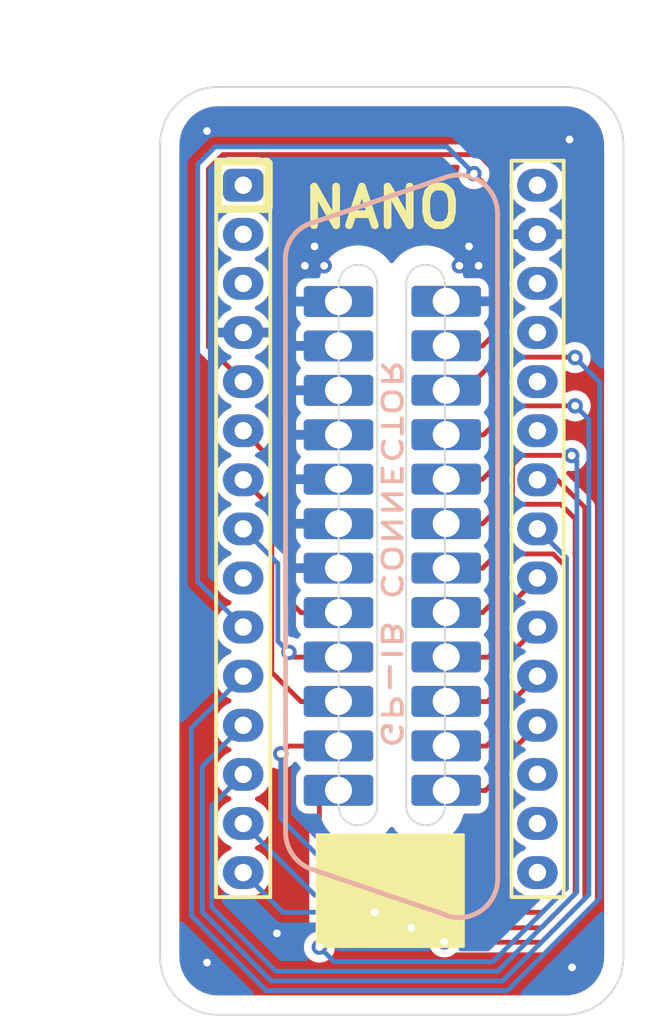
<source format=kicad_pcb>
(kicad_pcb (version 20211014) (generator pcbnew)
  (layers (0 "F.Cu" signal) (31 "B.Cu" signal) (34 "B.Paste" user) (35 "F.Paste" user) (36 "B.SilkS" user "B.Silkscreen") (37 "F.SilkS" user "F.Silkscreen") (38 "B.Mask" user) (39 "F.Mask" user) (44 "Edge.Cuts" user))
  (net 0 "")
  (net 1 "Net-(A1-Pad1)")
  (net 2 "Net-(A1-Pad17)")
  (net 3 "Net-(A1-Pad2)")
  (net 4 "Net-(A1-Pad18)")
  (net 5 "Net-(A1-Pad3)")
  (net 6 "/A0-DIO1")
  (net 7 "GND")
  (net 8 "/A1-DIO2")
  (net 9 "/D2-SRQ")
  (net 10 "/A2-DIO3")
  (net 11 "/D3-REN")
  (net 12 "/A3-DIO4")
  (net 13 "/D4-DIO7")
  (net 14 "/A4-DIO5")
  (net 15 "/D5-DIO8")
  (net 16 "/A5-DIO6")
  (net 17 "Net-(A1-Pad9)")
  (net 18 "Net-(A1-Pad25)")
  (net 19 "/D7-ATN")
  (net 20 "Net-(A1-Pad26)")
  (net 21 "/D8-IFC")
  (net 22 "Net-(A1-Pad27)")
  (net 23 "/D9-NDAC")
  (net 24 "Net-(A1-Pad28)")
  (net 25 "/D10-NRFD")
  (net 26 "/D11-DAV")
  (net 27 "Net-(A1-Pad30)")
  (net 28 "/D12-EOI")
  (net 29 "Net-(A1-Pad16)")
  (footprint "Module:Arduino_Nano" (layer "F.Cu") (at 135.2 82.66)
    (fp_text reference "A1" hide)
    (fp_text value "Arduino_Nano_v3.x")
    (fp_line (start 1.4 1.27) (end 1.4 36.83) (layer "F.SilkS") (width 0.2))
    (fp_line (start 1.27 1.27) (end -1.4 1.27) (layer "F.SilkS") (width 0.12))
    (fp_line (start 13.9 -1.27) (end 13.9 36.83) (layer "F.SilkS") (width 0.2))
    (fp_line (start 13.97 36.83) (end 16.6 36.83) (layer "F.SilkS") (width 0.2))
    (fp_line (start 1.27 36.83) (end -1.41 36.83) (layer "F.SilkS") (width 0.2))
    (fp_line (start 16.6 -1.27) (end 16.6 36.83) (layer "F.SilkS") (width 0.2))
    (fp_line (start -1.4 1.16) (end -1.41 36.83) (layer "F.SilkS") (width 0.2))
    (fp_line (start 13.97 -1.27) (end 16.6 -1.27) (layer "F.SilkS") (width 0.2))
    (fp_rect (start 3.81 33.59) (end 11.42 39.4) (layer "F.SilkS") (width 0.12) (fill solid))
    (fp_rect (start -1.35 -1.16) (end 1.38 1.16) (layer "F.SilkS") (width 0.3) (fill none))
    (pad "1" thru_hole roundrect (at 0 0) (size 2.1 1.7) (drill 0.9) (layers *.Cu *.Mask) (net 1 "Net-(A1-Pad1)"))
    (pad "2" thru_hole oval (at 0 2.54) (size 2.1 1.7) (drill 0.9) (layers *.Cu *.Mask) (net 3 "Net-(A1-Pad2)"))
    (pad "3" thru_hole oval (at 0 5.08) (size 2.1 1.7) (drill 0.9) (layers *.Cu *.Mask) (net 5 "Net-(A1-Pad3)"))
    (pad "4" thru_hole oval (at 0 7.62) (size 2.1 1.7) (drill 0.9) (layers *.Cu *.Mask) (net 7 "GND"))
    (pad "5" thru_hole oval (at 0 10.16) (size 2.1 1.7) (drill 0.9) (layers *.Cu *.Mask) (net 9 "/D2-SRQ"))
    (pad "6" thru_hole oval (at 0 12.7) (size 2.1 1.7) (drill 0.9) (layers *.Cu *.Mask) (net 11 "/D3-REN"))
    (pad "7" thru_hole oval (at 0 15.24) (size 2.1 1.7) (drill 0.9) (layers *.Cu *.Mask) (net 13 "/D4-DIO7"))
    (pad "8" thru_hole oval (at 0 17.78) (size 2.1 1.7) (drill 0.9) (layers *.Cu *.Mask) (net 15 "/D5-DIO8"))
    (pad "9" thru_hole oval (at 0 20.32) (size 2.1 1.7) (drill 0.9) (layers *.Cu *.Mask) (net 17 "Net-(A1-Pad9)"))
    (pad "10" thru_hole oval (at 0 22.86) (size 2.1 1.7) (drill 0.9) (layers *.Cu *.Mask) (net 19 "/D7-ATN"))
    (pad "11" thru_hole oval (at 0 25.4) (size 2.1 1.7) (drill 0.9) (layers *.Cu *.Mask) (net 21 "/D8-IFC"))
    (pad "12" thru_hole oval (at 0 27.94) (size 2.1 1.7) (drill 0.9) (layers *.Cu *.Mask) (net 23 "/D9-NDAC"))
    (pad "13" thru_hole oval (at 0 30.48) (size 2.1 1.7) (drill 0.9) (layers *.Cu *.Mask) (net 25 "/D10-NRFD"))
    (pad "14" thru_hole oval (at 0 33.02) (size 2.1 1.7) (drill 0.9) (layers *.Cu *.Mask) (net 26 "/D11-DAV"))
    (pad "15" thru_hole oval (at 0 35.56) (size 2.1 1.7) (drill 0.9) (layers *.Cu *.Mask) (net 28 "/D12-EOI"))
    (pad "16" thru_hole oval (at 15.24 35.56) (size 2.1 1.7) (drill 0.9) (layers *.Cu *.Mask) (net 29 "Net-(A1-Pad16)"))
    (pad "17" thru_hole oval (at 15.24 33.02) (size 2.1 1.7) (drill 0.9) (layers *.Cu *.Mask) (net 2 "Net-(A1-Pad17)"))
    (pad "18" thru_hole oval (at 15.24 30.48) (size 2.1 1.7) (drill 0.9) (layers *.Cu *.Mask) (net 4 "Net-(A1-Pad18)"))
    (pad "19" thru_hole oval (at 15.24 27.94) (size 2.1 1.7) (drill 0.9) (layers *.Cu *.Mask) (net 6 "/A0-DIO1"))
    (pad "20" thru_hole oval (at 15.24 25.4) (size 2.1 1.7) (drill 0.9) (layers *.Cu *.Mask) (net 8 "/A1-DIO2"))
    (pad "21" thru_hole oval (at 15.24 22.86) (size 2.1 1.7) (drill 0.9) (layers *.Cu *.Mask) (net 10 "/A2-DIO3"))
    (pad "22" thru_hole oval (at 15.24 20.32) (size 2.1 1.7) (drill 0.9) (layers *.Cu *.Mask) (net 12 "/A3-DIO4"))
    (pad "23" thru_hole oval (at 15.24 17.78) (size 2.1 1.7) (drill 0.9) (layers *.Cu *.Mask) (net 14 "/A4-DIO5"))
    (pad "24" thru_hole oval (at 15.24 15.24) (size 2.1 1.7) (drill 0.9) (layers *.Cu *.Mask) (net 16 "/A5-DIO6"))
    (pad "25" thru_hole oval (at 15.24 12.7) (size 2.1 1.7) (drill 0.9) (layers *.Cu *.Mask) (net 18 "Net-(A1-Pad25)"))
    (pad "26" thru_hole oval (at 15.24 10.16) (size 2.1 1.7) (drill 0.9) (layers *.Cu *.Mask) (net 20 "Net-(A1-Pad26)"))
    (pad "27" thru_hole oval (at 15.24 7.62) (size 2.1 1.7) (drill 0.9) (layers *.Cu *.Mask) (net 22 "Net-(A1-Pad27)"))
    (pad "28" thru_hole oval (at 15.24 5.08) (size 2.1 1.7) (drill 0.9) (layers *.Cu *.Mask) (net 24 "Net-(A1-Pad28)"))
    (pad "29" thru_hole oval (at 15.24 2.54) (size 2.1 1.7) (drill 0.9) (layers *.Cu *.Mask) (net 7 "GND"))
    (pad "30" thru_hole oval (at 15.24 0) (size 2.1 1.7) (drill 0.9) (layers *.Cu *.Mask) (net 27 "Net-(A1-Pad30)"))
  )
  (footprint "Arduino_GPIB_Adapter:Centronics_24Pin_Castelated" (layer "F.Cu") (at 142.894999 101.324999 -90)
    (fp_text reference "P1" hide)
    (fp_text value "GPIB")
    (fp_line (start -14.79 5.51) (end 14.74 5.5) (layer "B.SilkS") (width 0.25))
    (fp_line (start 19.09 -2.81) (end 16.75 4.07) (layer "B.SilkS") (width 0.25))
    (fp_line (start 17.22 -5.49) (end -17.187999 -5.48) (layer "B.SilkS") (width 0.25))
    (fp_line (start -19.077999 -2.8) (end -16.752064 4.027026) (layer "B.SilkS") (width 0.25))
    (fp_arc (start -19.077999 -2.8) (mid -18.830559 -4.631936) (end -17.187999 -5.48) (layer "B.SilkS") (width 0.25))
    (fp_arc (start 16.76 4.04) (mid 15.998376 5.113643) (end 14.74 5.5) (layer "B.SilkS") (width 0.25))
    (fp_arc (start 17.22 -5.49) (mid 18.855145 -4.636707) (end 19.11 -2.81) (layer "B.SilkS") (width 0.25))
    (fp_arc (start -14.79 5.51) (mid -16.033606 5.115914) (end -16.752064 4.027026) (layer "B.SilkS") (width 0.25))
    (fp_line (start -13.55 -2.75) (end 13.45 -2.75) (layer "Edge.Cuts") (width 0.1))
    (fp_line (start 13.45 -0.75) (end -13.55 -0.75) (layer "Edge.Cuts") (width 0.1))
    (fp_line (start 13.45 0.75) (end -13.55 0.75) (layer "Edge.Cuts") (width 0.1))
    (fp_line (start -13.55 2.75) (end 13.45 2.75) (layer "Edge.Cuts") (width 0.1))
    (fp_arc (start -13.55 2.75) (mid -14.55 1.75) (end -13.55 0.75) (layer "Edge.Cuts") (width 0.1))
    (fp_arc (start -13.55 -0.75) (mid -14.55 -1.75) (end -13.55 -2.75) (layer "Edge.Cuts") (width 0.1))
    (fp_arc (start 13.45 -2.75) (mid 14.45 -1.75) (end 13.45 -0.75) (layer "Edge.Cuts") (width 0.1))
    (fp_arc (start 13.45 0.75) (mid 14.45 1.75) (end 13.45 2.75) (layer "Edge.Cuts") (width 0.1))
    (pad "1" thru_hole roundrect (at 12.64 -2.82 270) (size 1.6 3.6) (drill 1.4) (layers *.Cu "F.Mask") (roundrect_rratio 0.125) (net 6 "/A0-DIO1"))
    (pad "2" thru_hole roundrect (at 10.34 -2.82 270) (size 1.6 3.6) (drill 1.4) (layers *.Cu "F.Mask") (roundrect_rratio 0.125) (net 8 "/A1-DIO2"))
    (pad "3" thru_hole roundrect (at 8.04 -2.82 270) (size 1.6 3.6) (drill 1.4) (layers *.Cu "F.Mask") (roundrect_rratio 0.125) (net 10 "/A2-DIO3"))
    (pad "4" thru_hole roundrect (at 5.74 -2.82 270) (size 1.6 3.6) (drill 1.4) (layers *.Cu "F.Mask") (roundrect_rratio 0.125) (net 12 "/A3-DIO4"))
    (pad "5" thru_hole roundrect (at 3.44 -2.82 270) (size 1.6 3.6) (drill 1.4) (layers *.Cu "F.Mask") (roundrect_rratio 0.125) (net 28 "/D12-EOI"))
    (pad "6" thru_hole roundrect (at 1.14 -2.82 270) (size 1.6 3.6) (drill 1.4) (layers *.Cu "F.Mask") (roundrect_rratio 0.125) (net 26 "/D11-DAV"))
    (pad "7" thru_hole roundrect (at -1.16 -2.82 270) (size 1.6 3.6) (drill 1.4) (layers *.Cu "F.Mask") (roundrect_rratio 0.125) (net 25 "/D10-NRFD"))
    (pad "8" thru_hole roundrect (at -3.46 -2.82 270) (size 1.6 3.6) (drill 1.4) (layers *.Cu "F.Mask") (roundrect_rratio 0.125) (net 23 "/D9-NDAC"))
    (pad "9" thru_hole roundrect (at -5.76 -2.82 270) (size 1.6 3.6) (drill 1.4) (layers *.Cu "F.Mask") (roundrect_rratio 0.125) (net 21 "/D8-IFC"))
    (pad "10" thru_hole roundrect (at -8.06 -2.82 270) (size 1.6 3.6) (drill 1.4) (layers *.Cu "F.Mask") (roundrect_rratio 0.125) (net 9 "/D2-SRQ"))
    (pad "11" thru_hole roundrect (at -10.36 -2.82 270) (size 1.6 3.6) (drill 1.4) (layers *.Cu "F.Mask") (roundrect_rratio 0.125) (net 19 "/D7-ATN"))
    (pad "12" thru_hole roundrect (at -12.66 -2.82 270) (size 1.6 3.6) (drill 1.4) (layers *.Cu "F.Mask") (roundrect_rratio 0.125) (net 7 "GND"))
    (pad "13" thru_hole roundrect (at 12.64 2.76 270) (size 1.6 3.6) (drill 1.4) (layers *.Cu "F.Mask") (roundrect_rratio 0.125) (net 14 "/A4-DIO5"))
    (pad "14" thru_hole roundrect (at 10.3409 2.76 270) (size 1.6 3.6) (drill 1.4) (layers *.Cu "F.Mask") (roundrect_rratio 0.125) (net 16 "/A5-DIO6"))
    (pad "15" thru_hole roundrect (at 8.04181 2.76 270) (size 1.6 3.6) (drill 1.4) (layers *.Cu "F.Mask") (roundrect_rratio 0.125) (net 13 "/D4-DIO7"))
    (pad "16" thru_hole roundrect (at 5.74272 2.76 270) (size 1.6 3.6) (drill 1.4) (layers *.Cu "F.Mask") (roundrect_rratio 0.125) (net 15 "/D5-DIO8"))
    (pad "17" thru_hole roundrect (at 3.44363 2.76 270) (size 1.6 3.6) (drill 1.4) (layers *.Cu "F.Mask") (roundrect_rratio 0.125) (net 11 "/D3-REN"))
    (pad "18" thru_hole roundrect (at 1.14454 2.76 270) (size 1.6 3.6) (drill 1.4) (layers *.Cu "F.Mask") (roundrect_rratio 0.125) (net 7 "GND"))
    (pad "19" thru_hole roundrect (at -1.15455 2.76 270) (size 1.6 3.6) (drill 1.4) (layers *.Cu "F.Mask") (roundrect_rratio 0.125) (net 7 "GND"))
    (pad "20" thru_hole roundrect (at -3.45364 2.76 270) (size 1.6 3.6) (drill 1.4) (layers *.Cu "F.Mask") (roundrect_rratio 0.125) (net 7 "GND"))
    (pad "21" thru_hole roundrect (at -5.75273 2.76 270) (size 1.6 3.6) (drill 1.4) (layers *.Cu "F.Mask") (roundrect_rratio 0.125) (net 7 "GND"))
    (pad "22" thru_hole roundrect (at -8.05182 2.76 270) (size 1.6 3.6) (drill 1.4) (layers *.Cu "F.Mask") (roundrect_rratio 0.125) (net 7 "GND"))
    (pad "23" thru_hole roundrect (at -10.35091 2.76 270) (size 1.6 3.6) (drill 1.4) (layers *.Cu "F.Mask") (roundrect_rratio 0.125) (net 7 "GND"))
    (pad "24" thru_hole roundrect (at -12.65 2.76 270) (size 1.6 3.6) (drill 1.4) (layers *.Cu "F.Mask") (roundrect_rratio 0.125) (net 7 "GND"))
  )
  (gr_rect (start 133.92 81.44) (end 136.444999 83.894999) (layer "F.SilkS") (width 0.4) (fill none))
  (gr_arc (start 133.894999 125.574999) (mid 131.773679 124.696319) (end 130.894999 122.574999) (layer "Edge.Cuts") (width 0.1))
  (gr_line (start 133.894999 125.574999) (end 151.894999 125.574999) (layer "Edge.Cuts") (width 0.1))
  (gr_arc (start 130.894999 80.574999) (mid 131.773679 78.453679) (end 133.894999 77.574999) (layer "Edge.Cuts") (width 0.1))
  (gr_arc (start 154.894999 122.574999) (mid 154.016319 124.696319) (end 151.894999 125.574999) (layer "Edge.Cuts") (width 0.1))
  (gr_line (start 130.894999 80.574999) (end 130.894999 122.574999) (layer "Edge.Cuts") (width 0.1))
  (gr_line (start 151.894999 77.574999) (end 133.894999 77.574999) (layer "Edge.Cuts") (width 0.1))
  (gr_arc (start 151.894999 77.574999) (mid 154.016319 78.453679) (end 154.894999 80.574999) (layer "Edge.Cuts") (width 0.1))
  (gr_line (start 154.894999 122.574999) (end 154.894999 80.574999) (layer "Edge.Cuts") (width 0.1))
  (gr_text "GP-IB CONNECTOR" (at 142.864999 101.744999 270) (layer "B.SilkS") (effects (font (size 1 1.4) (thickness 0.2)) (justify mirror)))
  (gr_text "NANO" (at 142.394999 83.824999) (layer "F.SilkS") (effects (font (size 2 2) (thickness 0.4))))
  (segment (start 148.644999 113.074999) (end 148.644999 112.395001) (width 0.25) (layer "F.Cu") (net 6))
  (segment (start 148.644999 112.395001) (end 150.44 110.6) (width 0.25) (layer "F.Cu") (net 6))
  (segment (start 147.744999 113.974999) (end 148.644999 113.074999) (width 0.25) (layer "F.Cu") (net 6))
  (segment (start 146.644999 113.974999) (end 147.744999 113.974999) (width 0.25) (layer "F.Cu") (net 6))
  (via (at 133.324999 79.854999) (size 0.8) (drill 0.4) (layers "F.Cu" "B.Cu") (net 7))
  (via (at 147.394999 86.824999) (size 0.8) (drill 0.4) (layers "F.Cu" "B.Cu") (net 7))
  (via (at 136.944999 121.364999) (size 0.8) (drill 0.4) (layers "F.Cu" "B.Cu") (net 7))
  (via (at 146.394999 86.824999) (size 0.8) (drill 0.4) (layers "F.Cu" "B.Cu") (net 7))
  (via (at 152.234999 123.124999) (size 0.8) (drill 0.4) (layers "F.Cu" "B.Cu") (net 7))
  (via (at 146.894999 85.824999) (size 0.8) (drill 0.4) (layers "F.Cu" "B.Cu") (net 7))
  (via (at 138.894999 85.824999) (size 0.8) (drill 0.4) (layers "F.Cu" "B.Cu") (net 7))
  (via (at 152.104999 80.294999) (size 0.8) (drill 0.4) (layers "F.Cu" "B.Cu") (net 7))
  (via (at 139.394999 86.824999) (size 0.8) (drill 0.4) (layers "F.Cu" "B.Cu") (net 7))
  (via (at 133.324999 122.874999) (size 0.8) (drill 0.4) (layers "F.Cu" "B.Cu") (net 7))
  (via (at 138.394999 86.824999) (size 0.8) (drill 0.4) (layers "F.Cu" "B.Cu") (net 7))
  (segment (start 148.644999 109.855001) (end 150.44 108.06) (width 0.25) (layer "F.Cu") (net 8))
  (segment (start 148.644999 110.824999) (end 148.644999 109.855001) (width 0.25) (layer "F.Cu") (net 8))
  (segment (start 147.794999 111.674999) (end 148.644999 110.824999) (width 0.25) (layer "F.Cu") (net 8))
  (segment (start 146.644999 111.674999) (end 147.794999 111.674999) (width 0.25) (layer "F.Cu") (net 8))
  (segment (start 134.144999 81.074999) (end 133.394999 81.824999) (width 0.25) (layer "F.Cu") (net 9))
  (segment (start 148.644999 91.324999) (end 148.644999 82.324999) (width 0.25) (layer "F.Cu") (net 9))
  (segment (start 146.644999 93.274999) (end 146.694999 93.274999) (width 0.25) (layer "F.Cu") (net 9))
  (segment (start 133.394999 81.824999) (end 133.394999 91.014999) (width 0.25) (layer "F.Cu") (net 9))
  (segment (start 148.644999 82.324999) (end 147.394999 81.074999) (width 0.25) (layer "F.Cu") (net 9))
  (segment (start 133.394999 91.014999) (end 135.2 92.82) (width 0.25) (layer "F.Cu") (net 9))
  (segment (start 147.394999 81.074999) (end 134.144999 81.074999) (width 0.25) (layer "F.Cu") (net 9))
  (segment (start 146.694999 93.274999) (end 148.644999 91.324999) (width 0.25) (layer "F.Cu") (net 9))
  (segment (start 146.644999 109.374999) (end 147.844999 109.374999) (width 0.25) (layer "F.Cu") (net 10))
  (segment (start 147.844999 109.374999) (end 148.644999 108.574999) (width 0.25) (layer "F.Cu") (net 10))
  (segment (start 148.644999 107.315001) (end 150.44 105.52) (width 0.25) (layer "F.Cu") (net 10))
  (segment (start 148.644999 108.574999) (end 148.644999 107.315001) (width 0.25) (layer "F.Cu") (net 10))
  (segment (start 135.999999 96.179999) (end 137.394999 97.574999) (width 0.25) (layer "F.Cu") (net 11))
  (segment (start 135.2 95.36) (end 135.999999 96.159999) (width 0.25) (layer "F.Cu") (net 11))
  (segment (start 137.394999 103.974999) (end 137.394999 97.574999) (width 0.25) (layer "F.Cu") (net 11))
  (segment (start 139.144999 104.774999) (end 138.194999 104.774999) (width 0.25) (layer "F.Cu") (net 11))
  (segment (start 138.194999 104.774999) (end 137.394999 103.974999) (width 0.25) (layer "F.Cu") (net 11))
  (segment (start 135.999999 96.159999) (end 135.999999 96.179999) (width 0.25) (layer "F.Cu") (net 11))
  (segment (start 147.894999 107.074999) (end 148.644999 106.324999) (width 0.25) (layer "F.Cu") (net 12))
  (segment (start 146.644999 107.074999) (end 147.894999 107.074999) (width 0.25) (layer "F.Cu") (net 12))
  (segment (start 148.644999 104.775001) (end 150.44 102.98) (width 0.25) (layer "F.Cu") (net 12))
  (segment (start 148.644999 106.324999) (end 148.644999 104.775001) (width 0.25) (layer "F.Cu") (net 12))
  (segment (start 135.2 97.9) (end 136.679999 99.379999) (width 0.25) (layer "F.Cu") (net 13))
  (segment (start 139.144999 109.374999) (end 138.194999 109.374999) (width 0.25) (layer "F.Cu") (net 13))
  (segment (start 136.679999 107.859999) (end 136.679999 99.379999) (width 0.25) (layer "F.Cu") (net 13))
  (segment (start 138.194999 109.374999) (end 136.679999 107.859999) (width 0.25) (layer "F.Cu") (net 13))
  (segment (start 139.144999 113.974999) (end 139.144999 122.074999) (width 0.25) (layer "F.Cu") (net 14))
  (via (at 139.144999 122.074999) (size 0.8) (drill 0.4) (layers "F.Cu" "B.Cu") (net 14))
  (segment (start 151.944999 119.024999) (end 151.944999 101.944999) (width 0.25) (layer "B.Cu") (net 14))
  (segment (start 151.944999 101.944999) (end 150.44 100.44) (width 0.25) (layer "B.Cu") (net 14))
  (segment (start 139.144999 122.074999) (end 139.894999 122.824999) (width 0.25) (layer "B.Cu") (net 14))
  (segment (start 148.144999 122.824999) (end 151.944999 119.024999) (width 0.25) (layer "B.Cu") (net 14))
  (segment (start 139.894999 122.824999) (end 148.144999 122.824999) (width 0.25) (layer "B.Cu") (net 14))
  (segment (start 137.819999 107.074999) (end 137.569999 106.824999) (width 0.25) (layer "F.Cu") (net 15))
  (segment (start 139.144999 107.074999) (end 137.819999 107.074999) (width 0.25) (layer "F.Cu") (net 15))
  (via (at 137.569999 106.824999) (size 0.8) (drill 0.4) (layers "F.Cu" "B.Cu") (net 15))
  (segment (start 136.994999 102.234999) (end 135.2 100.44) (width 0.25) (layer "B.Cu") (net 15))
  (segment (start 137.569999 106.824999) (end 136.994999 106.249999) (width 0.25) (layer "B.Cu") (net 15))
  (segment (start 136.994999 106.249999) (end 136.994999 102.234999) (width 0.25) (layer "B.Cu") (net 15))
  (segment (start 151.47 97.9) (end 152.894999 99.324999) (width 0.25) (layer "F.Cu") (net 16))
  (segment (start 150.44 97.9) (end 151.47 97.9) (width 0.25) (layer "F.Cu") (net 16))
  (segment (start 139.144999 111.674999) (end 137.544998 111.675) (width 0.25) (layer "F.Cu") (net 16))
  (segment (start 152.894999 119.574999) (end 150.644999 121.824999) (width 0.25) (layer "F.Cu") (net 16))
  (segment (start 152.894999 99.324999) (end 152.894999 119.574999) (width 0.25) (layer "F.Cu") (net 16))
  (segment (start 150.644999 121.824999) (end 145.894999 121.824999) (width 0.25) (layer "F.Cu") (net 16))
  (segment (start 137.544998 111.675) (end 137.144999 112.074999) (width 0.25) (layer "F.Cu") (net 16))
  (via (at 137.144999 112.074999) (size 0.8) (drill 0.4) (layers "F.Cu" "B.Cu") (net 16))
  (via (at 145.624999 121.804999) (size 0.8) (drill 0.4) (layers "F.Cu" "B.Cu") (net 16))
  (segment (start 142.364999 118.514999) (end 140.234999 118.514999) (width 0.25) (layer "B.Cu") (net 16))
  (segment (start 145.614999 121.764999) (end 142.364999 118.514999) (width 0.25) (layer "B.Cu") (net 16))
  (segment (start 137.144999 115.424999) (end 137.144999 112.074999) (width 0.25) (layer "B.Cu") (net 16))
  (segment (start 140.234999 118.514999) (end 137.144999 115.424999) (width 0.25) (layer "B.Cu") (net 16))
  (segment (start 147.594999 90.974999) (end 148.144999 90.424999) (width 0.25) (layer "F.Cu") (net 19))
  (segment (start 148.144999 83.054999) (end 147.149999 82.059999) (width 0.25) (layer "F.Cu") (net 19))
  (segment (start 148.144999 90.424999) (end 148.144999 83.054999) (width 0.25) (layer "F.Cu") (net 19))
  (segment (start 146.644999 90.974999) (end 147.594999 90.974999) (width 0.25) (layer "F.Cu") (net 19))
  (segment (start 147.149999 82.059999) (end 147.144999 82.054999) (width 0.25) (layer "F.Cu") (net 19))
  (via (at 147.149999 82.059999) (size 0.8) (drill 0.4) (layers "F.Cu" "B.Cu") (net 19))
  (segment (start 133.744999 80.674999) (end 132.844999 81.574999) (width 0.25) (layer "B.Cu") (net 19))
  (segment (start 132.844999 81.574999) (end 132.844999 103.164999) (width 0.25) (layer "B.Cu") (net 19))
  (segment (start 147.149999 82.059999) (end 145.764999 80.674999) (width 0.25) (layer "B.Cu") (net 19))
  (segment (start 132.844999 103.164999) (end 135.2 105.52) (width 0.25) (layer "B.Cu") (net 19))
  (segment (start 145.764999 80.674999) (end 133.744999 80.674999) (width 0.25) (layer "B.Cu") (net 19))
  (segment (start 152.389999 91.554999) (end 149.474999 91.554999) (width 0.25) (layer "F.Cu") (net 21))
  (segment (start 147.644999 95.574999) (end 146.769519 95.574999) (width 0.25) (layer "F.Cu") (net 21))
  (segment (start 149.474999 91.554999) (end 148.384999 92.644999) (width 0.25) (layer "F.Cu") (net 21))
  (segment (start 148.384999 94.834999) (end 147.644999 95.574999) (width 0.25) (layer "F.Cu") (net 21))
  (segment (start 148.384999 92.644999) (end 148.384999 94.834999) (width 0.25) (layer "F.Cu") (net 21))
  (via (at 152.394999 91.574999) (size 0.8) (drill 0.4) (layers "F.Cu" "B.Cu") (net 21))
  (segment (start 152.394999 91.574999) (end 153.674999 92.854999) (width 0.25) (layer "B.Cu") (net 21))
  (segment (start 153.674999 119.544999) (end 148.894999 124.324999) (width 0.25) (layer "B.Cu") (net 21))
  (segment (start 148.894999 124.324999) (end 136.394999 124.324999) (width 0.25) (layer "B.Cu") (net 21))
  (segment (start 132.514999 110.745001) (end 135.2 108.06) (width 0.25) (layer "B.Cu") (net 21))
  (segment (start 132.514999 120.444999) (end 132.514999 110.745001) (width 0.25) (layer "B.Cu") (net 21))
  (segment (start 136.394999 124.324999) (end 132.514999 120.444999) (width 0.25) (layer "B.Cu") (net 21))
  (segment (start 153.674999 92.854999) (end 153.674999 119.544999) (width 0.25) (layer "B.Cu") (net 21))
  (segment (start 147.594999 97.874999) (end 146.644999 97.874999) (width 0.25) (layer "F.Cu") (net 23))
  (segment (start 149.524999 94.074999) (end 148.894999 94.704999) (width 0.25) (layer "F.Cu") (net 23))
  (segment (start 152.394999 94.074999) (end 149.524999 94.074999) (width 0.25) (layer "F.Cu") (net 23))
  (segment (start 148.894999 96.574999) (end 147.594999 97.874999) (width 0.25) (layer "F.Cu") (net 23))
  (segment (start 148.894999 94.704999) (end 148.894999 96.574999) (width 0.25) (layer "F.Cu") (net 23))
  (via (at 152.394999 94.074999) (size 0.8) (drill 0.4) (layers "F.Cu" "B.Cu") (net 23))
  (segment (start 136.644999 123.824999) (end 133.074999 120.254999) (width 0.25) (layer "B.Cu") (net 23))
  (segment (start 152.394999 94.074999) (end 152.408494 94.074999) (width 0.25) (layer "B.Cu") (net 23))
  (segment (start 148.644999 123.824999) (end 136.644999 123.824999) (width 0.25) (layer "B.Cu") (net 23))
  (segment (start 153.034999 119.434999) (end 148.644999 123.824999) (width 0.25) (layer "B.Cu") (net 23))
  (segment (start 152.408494 94.074999) (end 153.104999 94.771504) (width 0.25) (layer "B.Cu") (net 23))
  (segment (start 133.074999 112.725001) (end 135.2 110.6) (width 0.25) (layer "B.Cu") (net 23))
  (segment (start 153.104999 119.358494) (end 153.038494 119.424999) (width 0.25) (layer "B.Cu") (net 23))
  (segment (start 153.104999 94.771504) (end 153.104999 119.358494) (width 0.25) (layer "B.Cu") (net 23))
  (segment (start 133.074999 120.254999) (end 133.074999 112.725001) (width 0.25) (layer "B.Cu") (net 23))
  (segment (start 149.644999 96.634999) (end 152.219989 96.634999) (width 0.25) (layer "F.Cu") (net 25))
  (segment (start 149.144999 98.624999) (end 149.144999 97.264999) (width 0.25) (layer "F.Cu") (net 25))
  (segment (start 149.144999 97.134999) (end 149.144999 97.264999) (width 0.25) (layer "F.Cu") (net 25))
  (segment (start 147.594999 100.174999) (end 149.144999 98.624999) (width 0.25) (layer "F.Cu") (net 25))
  (segment (start 146.644999 100.174999) (end 147.594999 100.174999) (width 0.25) (layer "F.Cu") (net 25))
  (segment (start 149.644999 96.634999) (end 149.144999 97.134999) (width 0.25) (layer "F.Cu") (net 25))
  (via (at 152.214999 96.644999) (size 0.8) (drill 0.4) (layers "F.Cu" "B.Cu") (net 25))
  (segment (start 152.484999 119.221991) (end 152.484999 96.928007) (width 0.25) (layer "B.Cu") (net 25))
  (segment (start 136.894999 123.324999) (end 148.394999 123.324999) (width 0.25) (layer "B.Cu") (net 25))
  (segment (start 148.394999 123.324999) (end 148.394999 123.311991) (width 0.25) (layer "B.Cu") (net 25))
  (segment (start 148.394999 123.311991) (end 152.484999 119.221991) (width 0.25) (layer "B.Cu") (net 25))
  (segment (start 135.2 113.14) (end 133.564999 114.775001) (width 0.25) (layer "B.Cu") (net 25))
  (segment (start 133.564999 119.994999) (end 136.894999 123.324999) (width 0.25) (layer "B.Cu") (net 25))
  (segment (start 152.414999 96.844999) (end 152.214999 96.644999) (width 0.25) (layer "B.Cu") (net 25))
  (segment (start 152.484999 96.928007) (end 152.401991 96.844999) (width 0.25) (layer "B.Cu") (net 25))
  (segment (start 133.564999 114.775001) (end 133.564999 119.994999) (width 0.25) (layer "B.Cu") (net 25))
  (segment (start 148.644999 100.074999) (end 148.644999 101.424999) (width 0.25) (layer "F.Cu") (net 26))
  (segment (start 148.644999 101.424999) (end 147.594999 102.474999) (width 0.25) (layer "F.Cu") (net 26))
  (segment (start 150.644999 121.074999) (end 152.394999 119.324999) (width 0.25) (layer "F.Cu") (net 26))
  (segment (start 151.644999 99.164999) (end 149.554999 99.164999) (width 0.25) (layer "F.Cu") (net 26))
  (segment (start 152.394999 119.324999) (end 152.394999 99.914999) (width 0.25) (layer "F.Cu") (net 26))
  (segment (start 152.394999 99.914999) (end 151.644999 99.164999) (width 0.25) (layer "F.Cu") (net 26))
  (segment (start 147.594999 102.474999) (end 146.644999 102.474999) (width 0.25) (layer "F.Cu") (net 26))
  (segment (start 149.554999 99.164999) (end 148.644999 100.074999) (width 0.25) (layer "F.Cu") (net 26))
  (segment (start 143.894999 121.074999) (end 150.644999 121.074999) (width 0.25) (layer "F.Cu") (net 26))
  (via (at 143.894999 121.074999) (size 0.8) (drill 0.4) (layers "F.Cu" "B.Cu") (net 26))
  (segment (start 138.904999 119.384999) (end 135.2 115.68) (width 0.25) (layer "B.Cu") (net 26))
  (segment (start 143.894999 121.074999) (end 142.204999 119.384999) (width 0.25) (layer "B.Cu") (net 26))
  (segment (start 142.204999 119.384999) (end 138.904999 119.384999) (width 0.25) (layer "B.Cu") (net 26))
  (segment (start 151.894999 102.374999) (end 151.254999 101.734999) (width 0.25) (layer "F.Cu") (net 28))
  (segment (start 147.594999 104.774999) (end 146.644999 104.774999) (width 0.25) (layer "F.Cu") (net 28))
  (segment (start 151.254999 101.734999) (end 149.484999 101.734999) (width 0.25) (layer "F.Cu") (net 28))
  (segment (start 149.484999 101.734999) (end 148.644999 102.574999) (width 0.25) (layer "F.Cu") (net 28))
  (segment (start 148.644999 103.724999) (end 147.594999 104.774999) (width 0.25) (layer "F.Cu") (net 28))
  (segment (start 148.644999 102.574999) (end 148.644999 103.724999) (width 0.25) (layer "F.Cu") (net 28))
  (segment (start 150.694999 120.274999) (end 142.014999 120.274999) (width 0.25) (layer "F.Cu") (net 28))
  (segment (start 151.894999 119.074999) (end 151.894999 102.374999) (width 0.25) (layer "F.Cu") (net 28))
  (segment (start 151.894999 119.074999) (end 150.694999 120.274999) (width 0.25) (layer "F.Cu") (net 28))
  (via (at 142.014999 120.274999) (size 0.8) (drill 0.4) (layers "F.Cu" "B.Cu") (net 28))
  (segment (start 142.014999 120.274999) (end 137.254999 120.274999) (width 0.25) (layer "B.Cu") (net 28))
  (segment (start 137.254999 120.274999) (end 135.2 118.22) (width 0.25) (layer "B.Cu") (net 28))
  (zone (net 7) (net_name "GND") (layers F&B.Cu) (connect_pads (clearance 0.4)) (min_thickness 0.25) (fill yes (thermal_gap 0.4) (thermal_bridge_width 0.5))
    (polygon (pts (xy 129.624999 76.954999) (xy 156.694999 76.954999) (xy 156.694999 126.084999) (xy 129.624999 126.084999)))
  )
)
</source>
